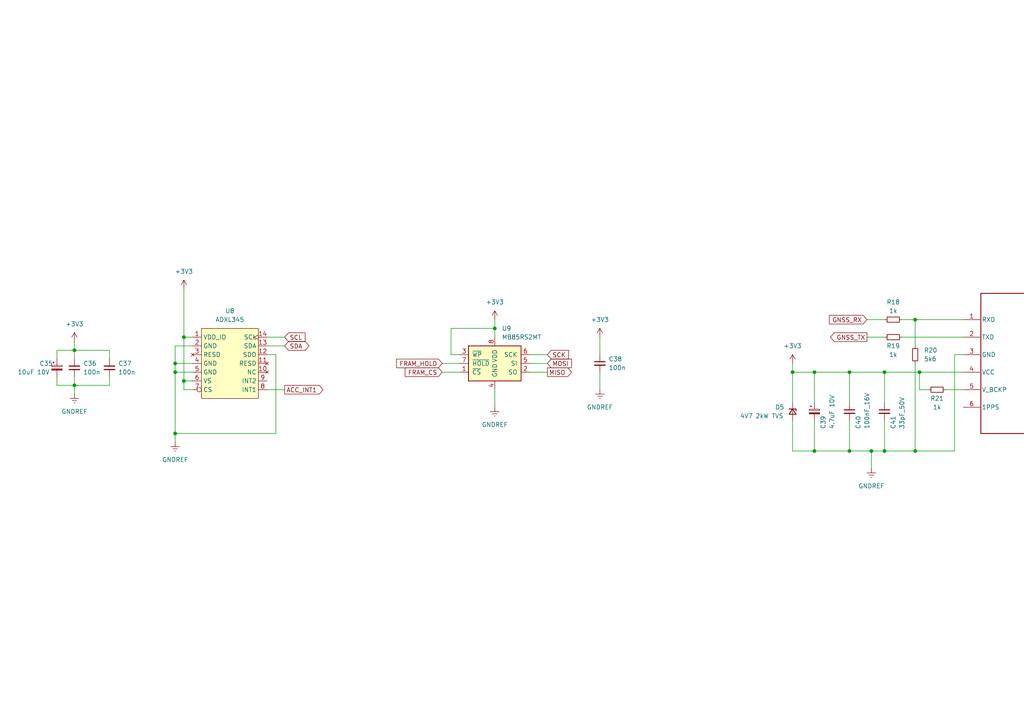
<source format=kicad_sch>
(kicad_sch (version 20211123) (generator eeschema)
  (paper "A4")
  (lib_symbols
    (symbol "AnalogDevices:ADXL345"
      (property "Reference" "U" (at 5.08 0 0))
      (property "Value" "ADXL345" (at 8.89 -2.54 0))
      (symbol "ADXL345_0_1"
        (rectangle (start 3.81 -3.81) (end 20.32 -24.13) (fill (type background)))
      )
      (symbol "ADXL345_1_1"
        (pin power_in line (at 1.27 -6.35 0) (length 2.54) (name "VDD_IO") (number "1"))
        (pin no_connect line (at 22.86 -16.51 180) (length 2.54) (name "NC") (number "10"))
        (pin no_connect line (at 22.86 -13.97 180) (length 2.54) (name "RESD") (number "11"))
        (pin output line (at 22.86 -11.43 180) (length 2.54) (name "SDO") (number "12"))
        (pin bidirectional line (at 22.86 -8.89 180) (length 2.54) (name "SDA") (number "13"))
        (pin input clock (at 22.86 -6.35 180) (length 2.54) (name "SCL") (number "14"))
        (pin power_in line (at 1.27 -8.89 0) (length 2.54) (name "GND") (number "2"))
        (pin no_connect line (at 1.27 -11.43 0) (length 2.54) (name "RESD") (number "3"))
        (pin power_in line (at 1.27 -13.97 0) (length 2.54) (name "GND") (number "4"))
        (pin power_in line (at 1.27 -16.51 0) (length 2.54) (name "GND") (number "5"))
        (pin power_in line (at 1.27 -19.05 0) (length 2.54) (name "VS") (number "6"))
        (pin input inverted (at 1.27 -21.59 0) (length 2.54) (name "CS") (number "7"))
        (pin output line (at 22.86 -21.59 180) (length 2.54) (name "INT1") (number "8"))
        (pin output line (at 22.86 -19.05 180) (length 2.54) (name "INT2") (number "9"))
      )
    )
    (symbol "Device:C_Polarized_Small" (pin_numbers hide) (pin_names (offset 0.254) hide)
      (property "Reference" "C" (at 0.254 1.778 0))
      (property "Value" "C_Polarized_Small" (at 0.254 -2.032 0))
      (symbol "C_Polarized_Small_0_1"
        (rectangle (start -1.524 -0.3048) (end 1.524 -0.6858) (fill (type outline)))
        (rectangle (start -1.524 0.6858) (end 1.524 0.3048))
        (polyline (pts (xy -1.27 1.524) (xy -0.762 1.524)))
        (polyline (pts (xy -1.016 1.27) (xy -1.016 1.778)))
      )
      (symbol "C_Polarized_Small_1_1"
        (pin passive line (at 0 2.54 270) (length 1.8542) (name "~") (number "1"))
        (pin passive line (at 0 -2.54 90) (length 1.8542) (name "~") (number "2"))
      )
    )
    (symbol "Device:C_Small" (pin_numbers hide) (pin_names (offset 0.254) hide)
      (property "Reference" "C" (at 0.254 1.778 0))
      (property "Value" "C_Small" (at 0.254 -2.032 0))
      (symbol "C_Small_0_1"
        (polyline (pts (xy -1.524 -0.508) (xy 1.524 -0.508)) (stroke (width 0.3302)))
        (polyline (pts (xy -1.524 0.508) (xy 1.524 0.508)) (stroke (width 0.3048)))
      )
      (symbol "C_Small_1_1"
        (pin passive line (at 0 2.54 270) (length 2.032) (name "~") (number "1"))
        (pin passive line (at 0 -2.54 90) (length 2.032) (name "~") (number "2"))
      )
    )
    (symbol "Device:D_Zener_Small" (pin_numbers hide) (pin_names (offset 0.254) hide)
      (property "Reference" "D" (at 0 2.286 0))
      (property "Value" "D_Zener_Small" (at 0 -2.286 0))
      (symbol "D_Zener_Small_0_1"
        (polyline (pts (xy 0.762 0) (xy -0.762 0)))
        (polyline (pts (xy -0.254 1.016) (xy -0.762 1.016) (xy -0.762 -1.016)) (stroke (width 0.254)))
        (polyline (pts (xy 0.762 1.016) (xy -0.762 0) (xy 0.762 -1.016) (xy 0.762 1.016)) (stroke (width 0.254)))
      )
      (symbol "D_Zener_Small_1_1"
        (pin passive line (at -2.54 0 0) (length 1.778) (name "K") (number "1"))
        (pin passive line (at 2.54 0 180) (length 1.778) (name "A") (number "2"))
      )
    )
    (symbol "Device:R_Small" (pin_numbers hide) (pin_names (offset 0.254) hide)
      (property "Reference" "R" (at 0.762 0.508 0))
      (property "Value" "R_Small" (at 0.762 -1.016 0))
      (symbol "R_Small_0_1"
        (rectangle (start -0.762 1.778) (end 0.762 -1.778) (stroke (width 0.2032)))
      )
      (symbol "R_Small_1_1"
        (pin passive line (at 0 2.54 270) (length 0.762) (name "~") (number "1"))
        (pin passive line (at 0 -2.54 90) (length 0.762) (name "~") (number "2"))
      )
    )
    (symbol "Memory_NVRAM:MB85RS2MT" (pin_names (offset 1.016))
      (property "Reference" "U" (at -7.62 6.35 0))
      (property "Value" "MB85RS2MT" (at 1.27 6.35 0))
      (symbol "MB85RS2MT_0_1"
        (rectangle (start -7.62 5.08) (end 7.62 -5.08) (stroke (width 0.254)) (fill (type background)))
      )
      (symbol "MB85RS2MT_1_1"
        (pin input line (at -10.16 -2.54 0) (length 2.54) (name "~{CS}") (number "1"))
        (pin output line (at 10.16 -2.54 180) (length 2.54) (name "SO") (number "2"))
        (pin input line (at -10.16 2.54 0) (length 2.54) (name "~{WP}") (number "3"))
        (pin power_in line (at 0 -7.62 90) (length 2.54) (name "GND") (number "4"))
        (pin input line (at 10.16 0 180) (length 2.54) (name "SI") (number "5"))
        (pin input line (at 10.16 2.54 180) (length 2.54) (name "SCK") (number "6"))
        (pin input line (at -10.16 0 0) (length 2.54) (name "~{HOLD}") (number "7"))
        (pin power_in line (at 0 7.62 270) (length 2.54) (name "VDD") (number "8"))
      )
    )
    (symbol "common-mainboard-altium-import:0_LC86L"
      (property "Value" "0_LC86L" (at 0 0 0))
      (symbol "0_LC86L_1_0"
        (polyline (pts (xy -20.32 -20.32) (xy -20.32 20.32)) (stroke (width 0.254)))
        (polyline (pts (xy -20.32 20.32) (xy 20.32 20.32)) (stroke (width 0.254)))
        (polyline (pts (xy 20.32 -20.32) (xy -20.32 -20.32)) (stroke (width 0.254)))
        (polyline (pts (xy 20.32 20.32) (xy 20.32 -20.32)) (stroke (width 0.254)))
        (pin passive line (at -25.4 12.7 0) (length 4.826) (name "RXD") (number "1"))
        (pin passive line (at 25.4 2.54 180) (length 4.826) (name "RESET_N") (number "10"))
        (pin passive line (at 25.4 7.62 180) (length 4.826) (name "EX_ANT") (number "11"))
        (pin passive line (at 25.4 12.7 180) (length 4.826) (name "GND") (number "12"))
        (pin passive line (at -25.4 7.62 0) (length 4.826) (name "TXD") (number "2"))
        (pin passive line (at -25.4 2.54 0) (length 4.826) (name "GND") (number "3"))
        (pin passive line (at -25.4 -2.54 0) (length 4.826) (name "VCC") (number "4"))
        (pin passive line (at -25.4 -7.62 0) (length 4.826) (name "V_BCKP") (number "5"))
        (pin passive line (at -25.4 -12.7 0) (length 4.826) (name "1PPS") (number "6"))
        (pin passive line (at 25.4 -12.7 180) (length 4.826) (name "WAKEUP") (number "7"))
        (pin passive line (at 25.4 -7.62 180) (length 4.826) (name "ADDET_N") (number "8"))
        (pin passive line (at 25.4 -2.54 180) (length 4.826) (name "RESERVED") (number "9"))
      )
    )
    (symbol "power:+3.3V" (power) (pin_names (offset 0))
      (property "Value" "+3.3V" (at 0 3.556 0))
      (symbol "+3.3V_0_1"
        (polyline (pts (xy -0.762 1.27) (xy 0 2.54)))
        (polyline (pts (xy 0 0) (xy 0 2.54)))
        (polyline (pts (xy 0 2.54) (xy 0.762 1.27)))
      )
      (symbol "+3.3V_1_1"
        (pin power_in line (at 0 0 90) (length 0) hide (name "+3V3") (number "1"))
      )
    )
    (symbol "power:GNDREF" (power) (pin_names (offset 0))
      (property "Value" "GNDREF" (at 0 -3.81 0))
      (symbol "GNDREF_0_1"
        (polyline (pts (xy -0.635 -1.905) (xy 0.635 -1.905)))
        (polyline (pts (xy -0.127 -2.54) (xy 0.127 -2.54)))
        (polyline (pts (xy 0 -1.27) (xy 0 0)))
        (polyline (pts (xy 1.27 -1.27) (xy -1.27 -1.27)))
      )
      (symbol "GNDREF_1_1"
        (pin power_in line (at 0 0 270) (length 0) hide (name "GNDREF") (number "1"))
      )
    )
  )
  (junction (at 229.87 107.95))
  (junction (at 21.59 111.76))
  (junction (at 265.43 130.81))
  (junction (at 143.51 95.25))
  (junction (at 256.54 107.95))
  (junction (at 246.38 130.81))
  (junction (at 252.73 130.81))
  (junction (at 21.59 101.6))
  (junction (at 50.8 105.41))
  (junction (at 246.38 107.95))
  (junction (at 256.54 130.81))
  (junction (at 53.34 110.49))
  (junction (at 50.8 107.95))
  (junction (at 266.7 107.95))
  (junction (at 236.22 130.81))
  (junction (at 236.22 107.95))
  (junction (at 50.8 125.73))
  (junction (at 53.34 97.79))
  (junction (at 265.43 92.71))
  (wire (pts (xy 246.38 130.81) (xy 252.73 130.81)))
  (wire (pts (xy 265.43 105.41) (xy 265.43 130.81)))
  (wire (pts (xy 236.22 107.95) (xy 236.22 116.84)))
  (wire (pts (xy 55.88 100.33) (xy 50.8 100.33)))
  (wire (pts (xy 53.34 113.03) (xy 53.34 110.49)))
  (wire (pts (xy 21.59 109.22) (xy 21.59 111.76)))
  (wire (pts (xy 16.51 104.14) (xy 16.51 101.6)))
  (wire (pts (xy 50.8 107.95) (xy 50.8 125.73)))
  (wire (pts (xy 330.2 102.87) (xy 335.28 102.87)))
  (wire (pts (xy 229.87 107.95) (xy 236.22 107.95)))
  (wire (pts (xy 266.7 107.95) (xy 279.4 107.95)))
  (wire (pts (xy 265.43 92.71) (xy 279.4 92.71)))
  (wire (pts (xy 77.47 97.79) (xy 82.55 97.79)))
  (wire (pts (xy 236.22 130.81) (xy 246.38 130.81)))
  (wire (pts (xy 50.8 125.73) (xy 50.8 128.27)))
  (wire (pts (xy 55.88 110.49) (xy 53.34 110.49)))
  (wire (pts (xy 153.67 102.87) (xy 158.75 102.87)))
  (wire (pts (xy 266.7 107.95) (xy 266.7 113.03)))
  (wire (pts (xy 31.75 104.14) (xy 31.75 101.6)))
  (wire (pts (xy 251.46 92.71) (xy 256.54 92.71)))
  (wire (pts (xy 246.38 107.95) (xy 256.54 107.95)))
  (wire (pts (xy 173.99 97.79) (xy 173.99 102.87)))
  (wire (pts (xy 21.59 111.76) (xy 21.59 114.3)))
  (wire (pts (xy 16.51 111.76) (xy 21.59 111.76)))
  (wire (pts (xy 266.7 113.03) (xy 269.24 113.03)))
  (wire (pts (xy 21.59 101.6) (xy 31.75 101.6)))
  (wire (pts (xy 55.88 97.79) (xy 53.34 97.79)))
  (wire (pts (xy 55.88 113.03) (xy 53.34 113.03)))
  (wire (pts (xy 265.43 92.71) (xy 265.43 100.33)))
  (wire (pts (xy 16.51 109.22) (xy 16.51 111.76)))
  (wire (pts (xy 55.88 105.41) (xy 50.8 105.41)))
  (wire (pts (xy 80.01 102.87) (xy 80.01 125.73)))
  (wire (pts (xy 279.4 102.87) (xy 276.86 102.87)))
  (wire (pts (xy 252.73 130.81) (xy 252.73 135.89)))
  (wire (pts (xy 53.34 97.79) (xy 53.34 110.49)))
  (wire (pts (xy 130.81 102.87) (xy 130.81 95.25)))
  (wire (pts (xy 229.87 107.95) (xy 229.87 105.41)))
  (wire (pts (xy 153.67 107.95) (xy 158.75 107.95)))
  (wire (pts (xy 265.43 130.81) (xy 276.86 130.81)))
  (wire (pts (xy 77.47 100.33) (xy 82.55 100.33)))
  (wire (pts (xy 229.87 116.84) (xy 229.87 107.95)))
  (wire (pts (xy 130.81 95.25) (xy 143.51 95.25)))
  (wire (pts (xy 53.34 83.82) (xy 53.34 97.79)))
  (wire (pts (xy 21.59 101.6) (xy 21.59 104.14)))
  (wire (pts (xy 229.87 130.81) (xy 236.22 130.81)))
  (wire (pts (xy 256.54 121.92) (xy 256.54 130.81)))
  (wire (pts (xy 330.2 118.11) (xy 335.28 118.11)))
  (wire (pts (xy 77.47 113.03) (xy 82.55 113.03)))
  (wire (pts (xy 77.47 102.87) (xy 80.01 102.87)))
  (wire (pts (xy 133.35 102.87) (xy 130.81 102.87)))
  (wire (pts (xy 261.62 92.71) (xy 265.43 92.71)))
  (wire (pts (xy 143.51 92.71) (xy 143.51 95.25)))
  (wire (pts (xy 330.2 92.71) (xy 335.28 92.71)))
  (wire (pts (xy 251.46 97.79) (xy 256.54 97.79)))
  (wire (pts (xy 252.73 130.81) (xy 256.54 130.81)))
  (wire (pts (xy 274.32 113.03) (xy 279.4 113.03)))
  (wire (pts (xy 50.8 100.33) (xy 50.8 105.41)))
  (wire (pts (xy 50.8 125.73) (xy 80.01 125.73)))
  (wire (pts (xy 143.51 113.03) (xy 143.51 118.11)))
  (wire (pts (xy 261.62 97.79) (xy 279.4 97.79)))
  (wire (pts (xy 256.54 107.95) (xy 266.7 107.95)))
  (wire (pts (xy 246.38 121.92) (xy 246.38 130.81)))
  (wire (pts (xy 55.88 107.95) (xy 50.8 107.95)))
  (wire (pts (xy 229.87 121.92) (xy 229.87 130.81)))
  (wire (pts (xy 256.54 107.95) (xy 256.54 116.84)))
  (wire (pts (xy 173.99 107.95) (xy 173.99 113.03)))
  (wire (pts (xy 236.22 107.95) (xy 246.38 107.95)))
  (wire (pts (xy 246.38 107.95) (xy 246.38 116.84)))
  (wire (pts (xy 236.22 121.92) (xy 236.22 130.81)))
  (wire (pts (xy 143.51 95.25) (xy 143.51 97.79)))
  (wire (pts (xy 21.59 111.76) (xy 31.75 111.76)))
  (wire (pts (xy 21.59 101.6) (xy 21.59 99.06)))
  (wire (pts (xy 128.27 107.95) (xy 133.35 107.95)))
  (wire (pts (xy 153.67 105.41) (xy 158.75 105.41)))
  (wire (pts (xy 50.8 105.41) (xy 50.8 107.95)))
  (wire (pts (xy 276.86 102.87) (xy 276.86 130.81)))
  (wire (pts (xy 256.54 130.81) (xy 265.43 130.81)))
  (wire (pts (xy 128.27 105.41) (xy 133.35 105.41)))
  (wire (pts (xy 16.51 101.6) (xy 21.59 101.6)))
  (wire (pts (xy 31.75 109.22) (xy 31.75 111.76)))
  (global_label "MOSI" (shape input) (at 158.75 105.41 0) (property "Intersheet References" "${INTERSHEET_REFS}" (effects hide)))
  (global_label "SDA" (shape bidirectional) (at 82.55 100.33 0) (property "Intersheet References" "${INTERSHEET_REFS}" (effects hide)))
  (global_label "SCL" (shape input) (at 82.55 97.79 0) (property "Intersheet References" "${INTERSHEET_REFS}" (effects hide)))
  (global_label "ACC_INT1" (shape output) (at 82.55 113.03 0) (property "Intersheet References" "${INTERSHEET_REFS}" (effects hide)))
  (global_label "MISO" (shape output) (at 158.75 107.95 0) (property "Intersheet References" "${INTERSHEET_REFS}" (effects hide)))
  (global_label "FRAM_CS" (shape input) (at 128.27 107.95 180) (property "Intersheet References" "${INTERSHEET_REFS}" (effects hide)))
  (global_label "GNSS_WAKEUP" (shape input) (at 335.28 118.11 0) (property "Intersheet References" "${INTERSHEET_REFS}" (effects hide)))
  (global_label "GNSS_RX" (shape input) (at 251.46 92.71 180) (property "Intersheet References" "${INTERSHEET_REFS}" (effects hide)))
  (global_label "GNSS_RESET" (shape input) (at 335.28 102.87 0) (property "Intersheet References" "${INTERSHEET_REFS}" (effects hide)))
  (global_label "SCK" (shape input) (at 158.75 102.87 0) (property "Intersheet References" "${INTERSHEET_REFS}" (effects hide)))
  (global_label "GNSS_TX" (shape output) (at 251.46 97.79 180) (property "Intersheet References" "${INTERSHEET_REFS}" (effects hide)))
  (global_label "FRAM_HOLD" (shape input) (at 128.27 105.41 180) (property "Intersheet References" "${INTERSHEET_REFS}" (effects hide)))
  (symbol (lib_id "Device:C_Small") (at 31.75 106.68 0) (unit 1)
    (property "Reference" "C37" (at 34.29 105.4162 0) (effects (justify left)))
    (property "Value" "100n" (at 34.29 107.95 0) (effects (justify left)))
    (property "Footprint" "Capacitor_SMD:C_0402_1005Metric" (effects hide))
  )
  (symbol (lib_id "Device:R_Small") (at 259.08 97.79 90) (unit 1)
    (property "Reference" "R19" (at 259.08 100.33 90))
    (property "Value" "1k" (at 259.08 102.87 90))
    (property "Footprint" "Resistor_SMD:R_0402_1005Metric" (effects hide))
  )
  (symbol (lib_id "Device:D_Zener_Small") (at 229.87 119.38 270) (unit 1)
    (property "Reference" "D5" (at 224.79 118.11 90) (effects (justify left)))
    (property "Value" "4V7 2kW TVS" (at 214.63 120.65 90) (effects (justify left)))
    (property "Footprint" "Diode_SMD:D_SOD-323" (effects hide))
  )
  (symbol (lib_id "Memory_NVRAM:MB85RS2MT") (at 143.51 105.41 0) (unit 1)
    (property "Reference" "U9" (at 145.5294 95.25 0) (effects (justify left)))
    (property "Value" "MB85RS2MT" (at 145.5294 97.79 0) (effects (justify left)))
    (property "Footprint" "Package_SO:SOP-8_5.28x5.23mm_P1.27mm" (effects hide))
    (property "Datasheet" "http://www.fujitsu.com/downloads/MICRO/fsa/pdf/products/memory/fram/MB85RS16-DS501-00014-6v0-E.pdf" (effects hide))
  )
  (symbol (lib_id "Device:C_Small") (at 173.99 105.41 0) (unit 1)
    (property "Reference" "C38" (at 176.53 104.1462 0) (effects (justify left)))
    (property "Value" "100n" (at 176.53 106.68 0) (effects (justify left)))
    (property "Footprint" "Capacitor_SMD:C_0402_1005Metric" (effects hide))
  )
  (symbol (lib_id "common-mainboard-altium-import:0_LC86L") (at 304.8 105.41 0) (unit 1)
    (property "Reference" "U11" (at 304.8 80.01 0))
    (property "Value" "LC86L" (at 304.8 82.55 0))
    (property "Footprint" "quectel-lib:_AD LIB_LC86L.PcbLib_LC86L" (effects hide))
  )
  (symbol (lib_id "Device:R_Small") (at 259.08 92.71 90) (unit 1)
    (property "Reference" "R18" (at 259.08 87.63 90))
    (property "Value" "1k" (at 259.08 90.17 90))
    (property "Footprint" "Resistor_SMD:R_0402_1005Metric" (effects hide))
  )
  (symbol (lib_id "power:GNDREF") (at 21.59 114.3 0) (unit 1)
    (property "Reference" "#PWR032" (effects hide))
    (property "Value" "GNDREF" (at 21.59 119.38 0))
  )
  (symbol (lib_id "Device:C_Small") (at 256.54 119.38 0) (unit 1)
    (property "Reference" "C41" (at 259.08 124.46 90) (effects (justify left)))
    (property "Value" "33pF_50V" (at 261.62 124.46 90) (effects (justify left)))
    (property "Footprint" "Capacitor_SMD:C_0402_1005Metric" (effects hide))
  )
  (symbol (lib_id "power:+3.3V") (at 173.99 97.79 0) (unit 1)
    (property "Reference" "#PWR037" (effects hide))
    (property "Value" "+3.3V" (at 173.99 92.71 0))
  )
  (symbol (lib_id "power:GNDREF") (at 173.99 113.03 0) (unit 1)
    (property "Reference" "#PWR038" (effects hide))
    (property "Value" "GNDREF" (at 173.99 118.11 0))
  )
  (symbol (lib_id "power:+3.3V") (at 21.59 99.06 0) (unit 1)
    (property "Reference" "#PWR031" (effects hide))
    (property "Value" "+3.3V" (at 21.59 93.98 0))
  )
  (symbol (lib_id "AnalogDevices:ADXL345") (at 54.61 91.44 0) (unit 1)
    (property "Reference" "U8" (at 66.675 90.17 0))
    (property "Value" "ADXL345" (at 66.675 92.71 0))
    (property "Footprint" "Package_LGA:LGA-14_3x5mm_P0.8mm_LayoutBorder1x6y" (effects hide))
  )
  (symbol (lib_id "power:GNDREF") (at 335.28 92.71 90) (unit 1)
    (property "Reference" "#PWR0128" (effects hide))
    (property "Value" "GNDREF" (at 339.09 92.7099 90) (effects (justify right)))
  )
  (symbol (lib_id "power:GNDREF") (at 50.8 128.27 0) (unit 1)
    (property "Reference" "#PWR033" (effects hide))
    (property "Value" "GNDREF" (at 50.8 133.35 0))
  )
  (symbol (lib_id "Device:C_Polarized_Small") (at 16.51 106.68 0) (unit 1)
    (property "Reference" "C35" (at 11.43 105.41 0) (effects (justify left)))
    (property "Value" "10uF 10V" (at 5.08 107.95 0) (effects (justify left)))
    (property "Footprint" "Capacitor_SMD:C_0603_1608Metric" (effects hide))
  )
  (symbol (lib_id "Device:R_Small") (at 265.43 102.87 0) (unit 1)
    (property "Reference" "R20" (at 267.97 101.6 0) (effects (justify left)))
    (property "Value" "5k6" (at 267.97 104.14 0) (effects (justify left)))
    (property "Footprint" "Resistor_SMD:R_0402_1005Metric" (effects hide))
  )
  (symbol (lib_id "power:GNDREF") (at 143.51 118.11 0) (unit 1)
    (property "Reference" "#PWR036" (effects hide))
    (property "Value" "GNDREF" (at 143.51 123.19 0))
  )
  (symbol (lib_id "power:+3.3V") (at 229.87 105.41 0) (unit 1)
    (property "Reference" "#PWR039" (effects hide))
    (property "Value" "+3.3V" (at 229.87 100.33 0))
  )
  (symbol (lib_id "Device:C_Small") (at 21.59 106.68 0) (unit 1)
    (property "Reference" "C36" (at 24.13 105.4162 0) (effects (justify left)))
    (property "Value" "100n" (at 24.13 107.95 0) (effects (justify left)))
    (property "Footprint" "Capacitor_SMD:C_0402_1005Metric" (effects hide))
  )
  (symbol (lib_id "Device:C_Polarized_Small") (at 236.22 119.38 0) (unit 1)
    (property "Reference" "C39" (at 238.76 124.46 90) (effects (justify left)))
    (property "Value" "4.7uF 10V" (at 241.3 124.46 90) (effects (justify left)))
    (property "Footprint" "Capacitor_SMD:C_0603_1608Metric" (effects hide))
  )
  (symbol (lib_id "Device:R_Small") (at 271.78 113.03 90) (unit 1)
    (property "Reference" "R21" (at 271.78 115.57 90))
    (property "Value" "1k" (at 271.78 118.11 90))
    (property "Footprint" "Resistor_SMD:R_0402_1005Metric" (effects hide))
  )
  (symbol (lib_id "Device:C_Small") (at 246.38 119.38 0) (unit 1)
    (property "Reference" "C40" (at 248.92 124.46 90) (effects (justify left)))
    (property "Value" "100nF_16V" (at 251.4538 124.46 90) (effects (justify left)))
    (property "Footprint" "Capacitor_SMD:C_0402_1005Metric" (effects hide))
  )
  (symbol (lib_id "power:+3.3V") (at 53.34 83.82 0) (unit 1)
    (property "Reference" "#PWR034" (effects hide))
    (property "Value" "+3.3V" (at 53.34 78.74 0))
  )
  (symbol (lib_id "power:+3.3V") (at 143.51 92.71 0) (unit 1)
    (property "Reference" "#PWR035" (effects hide))
    (property "Value" "+3.3V" (at 143.51 87.63 0))
  )
  (symbol (lib_id "power:GNDREF") (at 252.73 135.89 0) (unit 1)
    (property "Reference" "#PWR040" (effects hide))
    (property "Value" "GNDREF" (at 252.73 140.97 0))
  )
)
</source>
